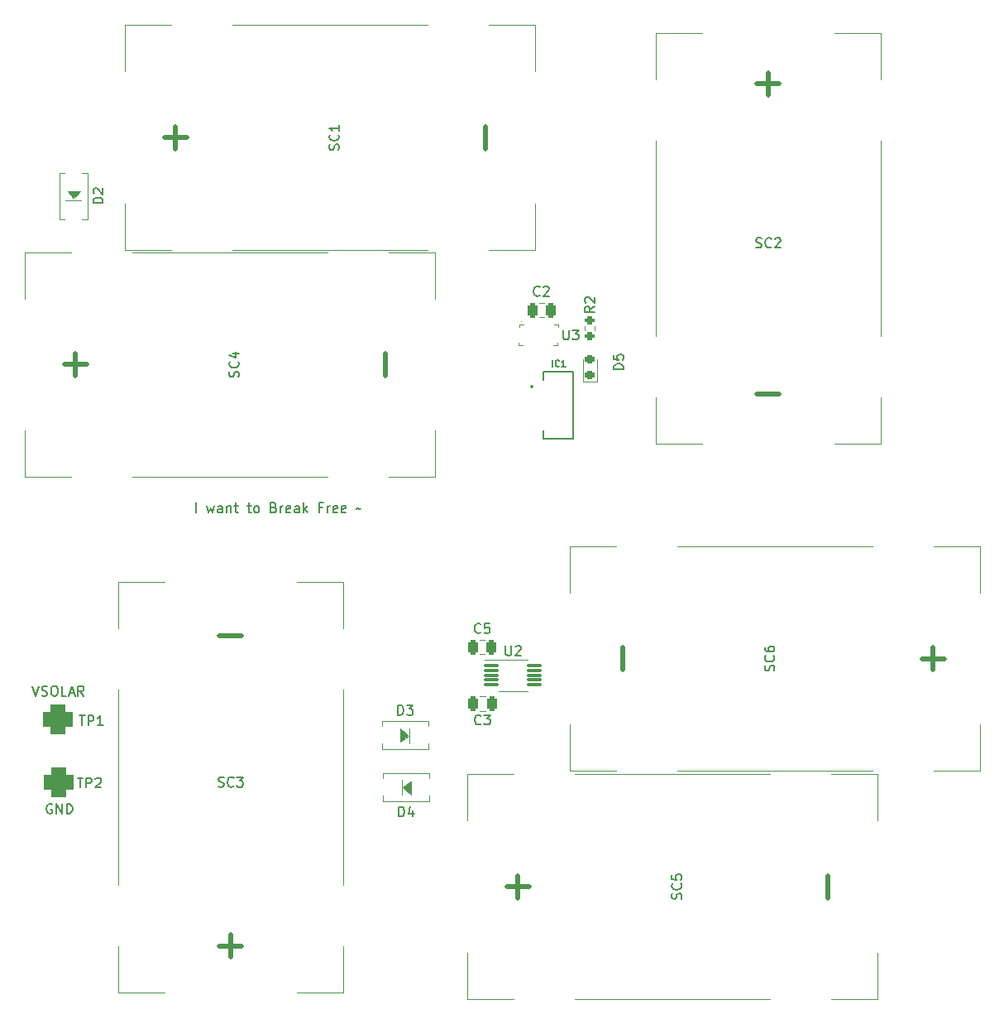
<source format=gbr>
%TF.GenerationSoftware,KiCad,Pcbnew,(6.0.7)*%
%TF.CreationDate,2023-01-31T02:36:04-08:00*%
%TF.ProjectId,solar-panel-side-Z,736f6c61-722d-4706-916e-656c2d736964,2.0*%
%TF.SameCoordinates,Original*%
%TF.FileFunction,Legend,Top*%
%TF.FilePolarity,Positive*%
%FSLAX46Y46*%
G04 Gerber Fmt 4.6, Leading zero omitted, Abs format (unit mm)*
G04 Created by KiCad (PCBNEW (6.0.7)) date 2023-01-31 02:36:04*
%MOMM*%
%LPD*%
G01*
G04 APERTURE LIST*
G04 Aperture macros list*
%AMRoundRect*
0 Rectangle with rounded corners*
0 $1 Rounding radius*
0 $2 $3 $4 $5 $6 $7 $8 $9 X,Y pos of 4 corners*
0 Add a 4 corners polygon primitive as box body*
4,1,4,$2,$3,$4,$5,$6,$7,$8,$9,$2,$3,0*
0 Add four circle primitives for the rounded corners*
1,1,$1+$1,$2,$3*
1,1,$1+$1,$4,$5*
1,1,$1+$1,$6,$7*
1,1,$1+$1,$8,$9*
0 Add four rect primitives between the rounded corners*
20,1,$1+$1,$2,$3,$4,$5,0*
20,1,$1+$1,$4,$5,$6,$7,0*
20,1,$1+$1,$6,$7,$8,$9,0*
20,1,$1+$1,$8,$9,$2,$3,0*%
G04 Aperture macros list end*
%ADD10C,0.150000*%
%ADD11C,0.500000*%
%ADD12C,0.100000*%
%ADD13C,0.120000*%
%ADD14C,0.200000*%
%ADD15C,0.127000*%
%ADD16C,5.250000*%
%ADD17R,2.500000X1.700000*%
%ADD18RoundRect,0.750000X-0.750000X-0.750000X0.750000X-0.750000X0.750000X0.750000X-0.750000X0.750000X0*%
%ADD19RoundRect,0.218750X0.256250X-0.218750X0.256250X0.218750X-0.256250X0.218750X-0.256250X-0.218750X0*%
%ADD20RoundRect,0.250000X0.250000X0.475000X-0.250000X0.475000X-0.250000X-0.475000X0.250000X-0.475000X0*%
%ADD21R,1.750000X1.450000*%
%ADD22R,0.750000X0.300000*%
%ADD23R,3.000000X13.000000*%
%ADD24R,13.000000X3.000000*%
%ADD25RoundRect,0.200000X-0.275000X0.200000X-0.275000X-0.200000X0.275000X-0.200000X0.275000X0.200000X0*%
%ADD26RoundRect,0.075000X-0.650000X-0.075000X0.650000X-0.075000X0.650000X0.075000X-0.650000X0.075000X0*%
%ADD27R,1.600000X0.700000*%
%ADD28R,1.700000X2.500000*%
%ADD29C,1.800000*%
G04 APERTURE END LIST*
D10*
X103428095Y-114830000D02*
X103332857Y-114782380D01*
X103190000Y-114782380D01*
X103047142Y-114830000D01*
X102951904Y-114925238D01*
X102904285Y-115020476D01*
X102856666Y-115210952D01*
X102856666Y-115353809D01*
X102904285Y-115544285D01*
X102951904Y-115639523D01*
X103047142Y-115734761D01*
X103190000Y-115782380D01*
X103285238Y-115782380D01*
X103428095Y-115734761D01*
X103475714Y-115687142D01*
X103475714Y-115353809D01*
X103285238Y-115353809D01*
X103904285Y-115782380D02*
X103904285Y-114782380D01*
X104475714Y-115782380D01*
X104475714Y-114782380D01*
X104951904Y-115782380D02*
X104951904Y-114782380D01*
X105190000Y-114782380D01*
X105332857Y-114830000D01*
X105428095Y-114925238D01*
X105475714Y-115020476D01*
X105523333Y-115210952D01*
X105523333Y-115353809D01*
X105475714Y-115544285D01*
X105428095Y-115639523D01*
X105332857Y-115734761D01*
X105190000Y-115782380D01*
X104951904Y-115782380D01*
X118155238Y-84992380D02*
X118155238Y-83992380D01*
X119298095Y-84325714D02*
X119488571Y-84992380D01*
X119679047Y-84516190D01*
X119869523Y-84992380D01*
X120060000Y-84325714D01*
X120869523Y-84992380D02*
X120869523Y-84468571D01*
X120821904Y-84373333D01*
X120726666Y-84325714D01*
X120536190Y-84325714D01*
X120440952Y-84373333D01*
X120869523Y-84944761D02*
X120774285Y-84992380D01*
X120536190Y-84992380D01*
X120440952Y-84944761D01*
X120393333Y-84849523D01*
X120393333Y-84754285D01*
X120440952Y-84659047D01*
X120536190Y-84611428D01*
X120774285Y-84611428D01*
X120869523Y-84563809D01*
X121345714Y-84325714D02*
X121345714Y-84992380D01*
X121345714Y-84420952D02*
X121393333Y-84373333D01*
X121488571Y-84325714D01*
X121631428Y-84325714D01*
X121726666Y-84373333D01*
X121774285Y-84468571D01*
X121774285Y-84992380D01*
X122107619Y-84325714D02*
X122488571Y-84325714D01*
X122250476Y-83992380D02*
X122250476Y-84849523D01*
X122298095Y-84944761D01*
X122393333Y-84992380D01*
X122488571Y-84992380D01*
X123440952Y-84325714D02*
X123821904Y-84325714D01*
X123583809Y-83992380D02*
X123583809Y-84849523D01*
X123631428Y-84944761D01*
X123726666Y-84992380D01*
X123821904Y-84992380D01*
X124298095Y-84992380D02*
X124202857Y-84944761D01*
X124155238Y-84897142D01*
X124107619Y-84801904D01*
X124107619Y-84516190D01*
X124155238Y-84420952D01*
X124202857Y-84373333D01*
X124298095Y-84325714D01*
X124440952Y-84325714D01*
X124536190Y-84373333D01*
X124583809Y-84420952D01*
X124631428Y-84516190D01*
X124631428Y-84801904D01*
X124583809Y-84897142D01*
X124536190Y-84944761D01*
X124440952Y-84992380D01*
X124298095Y-84992380D01*
X126155238Y-84468571D02*
X126298095Y-84516190D01*
X126345714Y-84563809D01*
X126393333Y-84659047D01*
X126393333Y-84801904D01*
X126345714Y-84897142D01*
X126298095Y-84944761D01*
X126202857Y-84992380D01*
X125821904Y-84992380D01*
X125821904Y-83992380D01*
X126155238Y-83992380D01*
X126250476Y-84040000D01*
X126298095Y-84087619D01*
X126345714Y-84182857D01*
X126345714Y-84278095D01*
X126298095Y-84373333D01*
X126250476Y-84420952D01*
X126155238Y-84468571D01*
X125821904Y-84468571D01*
X126821904Y-84992380D02*
X126821904Y-84325714D01*
X126821904Y-84516190D02*
X126869523Y-84420952D01*
X126917142Y-84373333D01*
X127012380Y-84325714D01*
X127107619Y-84325714D01*
X127821904Y-84944761D02*
X127726666Y-84992380D01*
X127536190Y-84992380D01*
X127440952Y-84944761D01*
X127393333Y-84849523D01*
X127393333Y-84468571D01*
X127440952Y-84373333D01*
X127536190Y-84325714D01*
X127726666Y-84325714D01*
X127821904Y-84373333D01*
X127869523Y-84468571D01*
X127869523Y-84563809D01*
X127393333Y-84659047D01*
X128726666Y-84992380D02*
X128726666Y-84468571D01*
X128679047Y-84373333D01*
X128583809Y-84325714D01*
X128393333Y-84325714D01*
X128298095Y-84373333D01*
X128726666Y-84944761D02*
X128631428Y-84992380D01*
X128393333Y-84992380D01*
X128298095Y-84944761D01*
X128250476Y-84849523D01*
X128250476Y-84754285D01*
X128298095Y-84659047D01*
X128393333Y-84611428D01*
X128631428Y-84611428D01*
X128726666Y-84563809D01*
X129202857Y-84992380D02*
X129202857Y-83992380D01*
X129298095Y-84611428D02*
X129583809Y-84992380D01*
X129583809Y-84325714D02*
X129202857Y-84706666D01*
X131107619Y-84468571D02*
X130774285Y-84468571D01*
X130774285Y-84992380D02*
X130774285Y-83992380D01*
X131250476Y-83992380D01*
X131631428Y-84992380D02*
X131631428Y-84325714D01*
X131631428Y-84516190D02*
X131679047Y-84420952D01*
X131726666Y-84373333D01*
X131821904Y-84325714D01*
X131917142Y-84325714D01*
X132631428Y-84944761D02*
X132536190Y-84992380D01*
X132345714Y-84992380D01*
X132250476Y-84944761D01*
X132202857Y-84849523D01*
X132202857Y-84468571D01*
X132250476Y-84373333D01*
X132345714Y-84325714D01*
X132536190Y-84325714D01*
X132631428Y-84373333D01*
X132679047Y-84468571D01*
X132679047Y-84563809D01*
X132202857Y-84659047D01*
X133488571Y-84944761D02*
X133393333Y-84992380D01*
X133202857Y-84992380D01*
X133107619Y-84944761D01*
X133060000Y-84849523D01*
X133060000Y-84468571D01*
X133107619Y-84373333D01*
X133202857Y-84325714D01*
X133393333Y-84325714D01*
X133488571Y-84373333D01*
X133536190Y-84468571D01*
X133536190Y-84563809D01*
X133060000Y-84659047D01*
X134583809Y-84611428D02*
X134631428Y-84563809D01*
X134726666Y-84516190D01*
X134917142Y-84611428D01*
X135012380Y-84563809D01*
X135060000Y-84516190D01*
X101443333Y-102732380D02*
X101776666Y-103732380D01*
X102110000Y-102732380D01*
X102395714Y-103684761D02*
X102538571Y-103732380D01*
X102776666Y-103732380D01*
X102871904Y-103684761D01*
X102919523Y-103637142D01*
X102967142Y-103541904D01*
X102967142Y-103446666D01*
X102919523Y-103351428D01*
X102871904Y-103303809D01*
X102776666Y-103256190D01*
X102586190Y-103208571D01*
X102490952Y-103160952D01*
X102443333Y-103113333D01*
X102395714Y-103018095D01*
X102395714Y-102922857D01*
X102443333Y-102827619D01*
X102490952Y-102780000D01*
X102586190Y-102732380D01*
X102824285Y-102732380D01*
X102967142Y-102780000D01*
X103586190Y-102732380D02*
X103776666Y-102732380D01*
X103871904Y-102780000D01*
X103967142Y-102875238D01*
X104014761Y-103065714D01*
X104014761Y-103399047D01*
X103967142Y-103589523D01*
X103871904Y-103684761D01*
X103776666Y-103732380D01*
X103586190Y-103732380D01*
X103490952Y-103684761D01*
X103395714Y-103589523D01*
X103348095Y-103399047D01*
X103348095Y-103065714D01*
X103395714Y-102875238D01*
X103490952Y-102780000D01*
X103586190Y-102732380D01*
X104919523Y-103732380D02*
X104443333Y-103732380D01*
X104443333Y-102732380D01*
X105205238Y-103446666D02*
X105681428Y-103446666D01*
X105110000Y-103732380D02*
X105443333Y-102732380D01*
X105776666Y-103732380D01*
X106681428Y-103732380D02*
X106348095Y-103256190D01*
X106110000Y-103732380D02*
X106110000Y-102732380D01*
X106490952Y-102732380D01*
X106586190Y-102780000D01*
X106633809Y-102827619D01*
X106681428Y-102922857D01*
X106681428Y-103065714D01*
X106633809Y-103160952D01*
X106586190Y-103208571D01*
X106490952Y-103256190D01*
X106110000Y-103256190D01*
%TO.C,J3*%
X110166666Y-84952380D02*
X110166666Y-85666666D01*
X110119047Y-85809523D01*
X110023809Y-85904761D01*
X109880952Y-85952380D01*
X109785714Y-85952380D01*
X110547619Y-84952380D02*
X111166666Y-84952380D01*
X110833333Y-85333333D01*
X110976190Y-85333333D01*
X111071428Y-85380952D01*
X111119047Y-85428571D01*
X111166666Y-85523809D01*
X111166666Y-85761904D01*
X111119047Y-85857142D01*
X111071428Y-85904761D01*
X110976190Y-85952380D01*
X110690476Y-85952380D01*
X110595238Y-85904761D01*
X110547619Y-85857142D01*
%TO.C,J4*%
X141416666Y-123952380D02*
X141416666Y-124666666D01*
X141369047Y-124809523D01*
X141273809Y-124904761D01*
X141130952Y-124952380D01*
X141035714Y-124952380D01*
X142321428Y-124285714D02*
X142321428Y-124952380D01*
X142083333Y-123904761D02*
X141845238Y-124619047D01*
X142464285Y-124619047D01*
%TO.C,J5*%
X156916666Y-45952380D02*
X156916666Y-46666666D01*
X156869047Y-46809523D01*
X156773809Y-46904761D01*
X156630952Y-46952380D01*
X156535714Y-46952380D01*
X157869047Y-45952380D02*
X157392857Y-45952380D01*
X157345238Y-46428571D01*
X157392857Y-46380952D01*
X157488095Y-46333333D01*
X157726190Y-46333333D01*
X157821428Y-46380952D01*
X157869047Y-46428571D01*
X157916666Y-46523809D01*
X157916666Y-46761904D01*
X157869047Y-46857142D01*
X157821428Y-46904761D01*
X157726190Y-46952380D01*
X157488095Y-46952380D01*
X157392857Y-46904761D01*
X157345238Y-46857142D01*
%TO.C,J6*%
X188166666Y-84952380D02*
X188166666Y-85666666D01*
X188119047Y-85809523D01*
X188023809Y-85904761D01*
X187880952Y-85952380D01*
X187785714Y-85952380D01*
X189071428Y-84952380D02*
X188880952Y-84952380D01*
X188785714Y-85000000D01*
X188738095Y-85047619D01*
X188642857Y-85190476D01*
X188595238Y-85380952D01*
X188595238Y-85761904D01*
X188642857Y-85857142D01*
X188690476Y-85904761D01*
X188785714Y-85952380D01*
X188976190Y-85952380D01*
X189071428Y-85904761D01*
X189119047Y-85857142D01*
X189166666Y-85761904D01*
X189166666Y-85523809D01*
X189119047Y-85428571D01*
X189071428Y-85380952D01*
X188976190Y-85333333D01*
X188785714Y-85333333D01*
X188690476Y-85380952D01*
X188642857Y-85428571D01*
X188595238Y-85523809D01*
%TO.C,D3*%
X138851904Y-105682380D02*
X138851904Y-104682380D01*
X139090000Y-104682380D01*
X139232857Y-104730000D01*
X139328095Y-104825238D01*
X139375714Y-104920476D01*
X139423333Y-105110952D01*
X139423333Y-105253809D01*
X139375714Y-105444285D01*
X139328095Y-105539523D01*
X139232857Y-105634761D01*
X139090000Y-105682380D01*
X138851904Y-105682380D01*
X139756666Y-104682380D02*
X140375714Y-104682380D01*
X140042380Y-105063333D01*
X140185238Y-105063333D01*
X140280476Y-105110952D01*
X140328095Y-105158571D01*
X140375714Y-105253809D01*
X140375714Y-105491904D01*
X140328095Y-105587142D01*
X140280476Y-105634761D01*
X140185238Y-105682380D01*
X139899523Y-105682380D01*
X139804285Y-105634761D01*
X139756666Y-105587142D01*
%TO.C,TP1*%
X106228095Y-105752380D02*
X106799523Y-105752380D01*
X106513809Y-106752380D02*
X106513809Y-105752380D01*
X107132857Y-106752380D02*
X107132857Y-105752380D01*
X107513809Y-105752380D01*
X107609047Y-105800000D01*
X107656666Y-105847619D01*
X107704285Y-105942857D01*
X107704285Y-106085714D01*
X107656666Y-106180952D01*
X107609047Y-106228571D01*
X107513809Y-106276190D01*
X107132857Y-106276190D01*
X108656666Y-106752380D02*
X108085238Y-106752380D01*
X108370952Y-106752380D02*
X108370952Y-105752380D01*
X108275714Y-105895238D01*
X108180476Y-105990476D01*
X108085238Y-106038095D01*
%TO.C,D5*%
X161927380Y-70338095D02*
X160927380Y-70338095D01*
X160927380Y-70100000D01*
X160975000Y-69957142D01*
X161070238Y-69861904D01*
X161165476Y-69814285D01*
X161355952Y-69766666D01*
X161498809Y-69766666D01*
X161689285Y-69814285D01*
X161784523Y-69861904D01*
X161879761Y-69957142D01*
X161927380Y-70100000D01*
X161927380Y-70338095D01*
X160927380Y-68861904D02*
X160927380Y-69338095D01*
X161403571Y-69385714D01*
X161355952Y-69338095D01*
X161308333Y-69242857D01*
X161308333Y-69004761D01*
X161355952Y-68909523D01*
X161403571Y-68861904D01*
X161498809Y-68814285D01*
X161736904Y-68814285D01*
X161832142Y-68861904D01*
X161879761Y-68909523D01*
X161927380Y-69004761D01*
X161927380Y-69242857D01*
X161879761Y-69338095D01*
X161832142Y-69385714D01*
%TO.C,C5*%
X147313333Y-97227142D02*
X147265714Y-97274761D01*
X147122857Y-97322380D01*
X147027619Y-97322380D01*
X146884761Y-97274761D01*
X146789523Y-97179523D01*
X146741904Y-97084285D01*
X146694285Y-96893809D01*
X146694285Y-96750952D01*
X146741904Y-96560476D01*
X146789523Y-96465238D01*
X146884761Y-96370000D01*
X147027619Y-96322380D01*
X147122857Y-96322380D01*
X147265714Y-96370000D01*
X147313333Y-96417619D01*
X148218095Y-96322380D02*
X147741904Y-96322380D01*
X147694285Y-96798571D01*
X147741904Y-96750952D01*
X147837142Y-96703333D01*
X148075238Y-96703333D01*
X148170476Y-96750952D01*
X148218095Y-96798571D01*
X148265714Y-96893809D01*
X148265714Y-97131904D01*
X148218095Y-97227142D01*
X148170476Y-97274761D01*
X148075238Y-97322380D01*
X147837142Y-97322380D01*
X147741904Y-97274761D01*
X147694285Y-97227142D01*
%TO.C,U3*%
X155768095Y-66312380D02*
X155768095Y-67121904D01*
X155815714Y-67217142D01*
X155863333Y-67264761D01*
X155958571Y-67312380D01*
X156149047Y-67312380D01*
X156244285Y-67264761D01*
X156291904Y-67217142D01*
X156339523Y-67121904D01*
X156339523Y-66312380D01*
X156720476Y-66312380D02*
X157339523Y-66312380D01*
X157006190Y-66693333D01*
X157149047Y-66693333D01*
X157244285Y-66740952D01*
X157291904Y-66788571D01*
X157339523Y-66883809D01*
X157339523Y-67121904D01*
X157291904Y-67217142D01*
X157244285Y-67264761D01*
X157149047Y-67312380D01*
X156863333Y-67312380D01*
X156768095Y-67264761D01*
X156720476Y-67217142D01*
%TO.C,SC5*%
X167834761Y-124501904D02*
X167882380Y-124359047D01*
X167882380Y-124120952D01*
X167834761Y-124025714D01*
X167787142Y-123978095D01*
X167691904Y-123930476D01*
X167596666Y-123930476D01*
X167501428Y-123978095D01*
X167453809Y-124025714D01*
X167406190Y-124120952D01*
X167358571Y-124311428D01*
X167310952Y-124406666D01*
X167263333Y-124454285D01*
X167168095Y-124501904D01*
X167072857Y-124501904D01*
X166977619Y-124454285D01*
X166930000Y-124406666D01*
X166882380Y-124311428D01*
X166882380Y-124073333D01*
X166930000Y-123930476D01*
X167787142Y-122930476D02*
X167834761Y-122978095D01*
X167882380Y-123120952D01*
X167882380Y-123216190D01*
X167834761Y-123359047D01*
X167739523Y-123454285D01*
X167644285Y-123501904D01*
X167453809Y-123549523D01*
X167310952Y-123549523D01*
X167120476Y-123501904D01*
X167025238Y-123454285D01*
X166930000Y-123359047D01*
X166882380Y-123216190D01*
X166882380Y-123120952D01*
X166930000Y-122978095D01*
X166977619Y-122930476D01*
X166882380Y-122025714D02*
X166882380Y-122501904D01*
X167358571Y-122549523D01*
X167310952Y-122501904D01*
X167263333Y-122406666D01*
X167263333Y-122168571D01*
X167310952Y-122073333D01*
X167358571Y-122025714D01*
X167453809Y-121978095D01*
X167691904Y-121978095D01*
X167787142Y-122025714D01*
X167834761Y-122073333D01*
X167882380Y-122168571D01*
X167882380Y-122406666D01*
X167834761Y-122501904D01*
X167787142Y-122549523D01*
D11*
X182894285Y-124382857D02*
X182894285Y-122097142D01*
X151144285Y-124382857D02*
X151144285Y-122097142D01*
X152287142Y-123240000D02*
X150001428Y-123240000D01*
D10*
%TO.C,TP2*%
X106028095Y-112112380D02*
X106599523Y-112112380D01*
X106313809Y-113112380D02*
X106313809Y-112112380D01*
X106932857Y-113112380D02*
X106932857Y-112112380D01*
X107313809Y-112112380D01*
X107409047Y-112160000D01*
X107456666Y-112207619D01*
X107504285Y-112302857D01*
X107504285Y-112445714D01*
X107456666Y-112540952D01*
X107409047Y-112588571D01*
X107313809Y-112636190D01*
X106932857Y-112636190D01*
X107885238Y-112207619D02*
X107932857Y-112160000D01*
X108028095Y-112112380D01*
X108266190Y-112112380D01*
X108361428Y-112160000D01*
X108409047Y-112207619D01*
X108456666Y-112302857D01*
X108456666Y-112398095D01*
X108409047Y-112540952D01*
X107837619Y-113112380D01*
X108456666Y-113112380D01*
%TO.C,SC3*%
X120458095Y-112994761D02*
X120600952Y-113042380D01*
X120839047Y-113042380D01*
X120934285Y-112994761D01*
X120981904Y-112947142D01*
X121029523Y-112851904D01*
X121029523Y-112756666D01*
X120981904Y-112661428D01*
X120934285Y-112613809D01*
X120839047Y-112566190D01*
X120648571Y-112518571D01*
X120553333Y-112470952D01*
X120505714Y-112423333D01*
X120458095Y-112328095D01*
X120458095Y-112232857D01*
X120505714Y-112137619D01*
X120553333Y-112090000D01*
X120648571Y-112042380D01*
X120886666Y-112042380D01*
X121029523Y-112090000D01*
X122029523Y-112947142D02*
X121981904Y-112994761D01*
X121839047Y-113042380D01*
X121743809Y-113042380D01*
X121600952Y-112994761D01*
X121505714Y-112899523D01*
X121458095Y-112804285D01*
X121410476Y-112613809D01*
X121410476Y-112470952D01*
X121458095Y-112280476D01*
X121505714Y-112185238D01*
X121600952Y-112090000D01*
X121743809Y-112042380D01*
X121839047Y-112042380D01*
X121981904Y-112090000D01*
X122029523Y-112137619D01*
X122362857Y-112042380D02*
X122981904Y-112042380D01*
X122648571Y-112423333D01*
X122791428Y-112423333D01*
X122886666Y-112470952D01*
X122934285Y-112518571D01*
X122981904Y-112613809D01*
X122981904Y-112851904D01*
X122934285Y-112947142D01*
X122886666Y-112994761D01*
X122791428Y-113042380D01*
X122505714Y-113042380D01*
X122410476Y-112994761D01*
X122362857Y-112947142D01*
D11*
X120577142Y-129304285D02*
X122862857Y-129304285D01*
X121720000Y-130447142D02*
X121720000Y-128161428D01*
X120577142Y-97554285D02*
X122862857Y-97554285D01*
D10*
%TO.C,R2*%
X158977380Y-63891666D02*
X158501190Y-64225000D01*
X158977380Y-64463095D02*
X157977380Y-64463095D01*
X157977380Y-64082142D01*
X158025000Y-63986904D01*
X158072619Y-63939285D01*
X158167857Y-63891666D01*
X158310714Y-63891666D01*
X158405952Y-63939285D01*
X158453571Y-63986904D01*
X158501190Y-64082142D01*
X158501190Y-64463095D01*
X158072619Y-63510714D02*
X158025000Y-63463095D01*
X157977380Y-63367857D01*
X157977380Y-63129761D01*
X158025000Y-63034523D01*
X158072619Y-62986904D01*
X158167857Y-62939285D01*
X158263095Y-62939285D01*
X158405952Y-62986904D01*
X158977380Y-63558333D01*
X158977380Y-62939285D01*
%TO.C,C3*%
X147343333Y-106577142D02*
X147295714Y-106624761D01*
X147152857Y-106672380D01*
X147057619Y-106672380D01*
X146914761Y-106624761D01*
X146819523Y-106529523D01*
X146771904Y-106434285D01*
X146724285Y-106243809D01*
X146724285Y-106100952D01*
X146771904Y-105910476D01*
X146819523Y-105815238D01*
X146914761Y-105720000D01*
X147057619Y-105672380D01*
X147152857Y-105672380D01*
X147295714Y-105720000D01*
X147343333Y-105767619D01*
X147676666Y-105672380D02*
X148295714Y-105672380D01*
X147962380Y-106053333D01*
X148105238Y-106053333D01*
X148200476Y-106100952D01*
X148248095Y-106148571D01*
X148295714Y-106243809D01*
X148295714Y-106481904D01*
X148248095Y-106577142D01*
X148200476Y-106624761D01*
X148105238Y-106672380D01*
X147819523Y-106672380D01*
X147724285Y-106624761D01*
X147676666Y-106577142D01*
%TO.C,U2*%
X149878095Y-98612380D02*
X149878095Y-99421904D01*
X149925714Y-99517142D01*
X149973333Y-99564761D01*
X150068571Y-99612380D01*
X150259047Y-99612380D01*
X150354285Y-99564761D01*
X150401904Y-99517142D01*
X150449523Y-99421904D01*
X150449523Y-98612380D01*
X150878095Y-98707619D02*
X150925714Y-98660000D01*
X151020952Y-98612380D01*
X151259047Y-98612380D01*
X151354285Y-98660000D01*
X151401904Y-98707619D01*
X151449523Y-98802857D01*
X151449523Y-98898095D01*
X151401904Y-99040952D01*
X150830476Y-99612380D01*
X151449523Y-99612380D01*
%TO.C,D4*%
X138941904Y-116082380D02*
X138941904Y-115082380D01*
X139180000Y-115082380D01*
X139322857Y-115130000D01*
X139418095Y-115225238D01*
X139465714Y-115320476D01*
X139513333Y-115510952D01*
X139513333Y-115653809D01*
X139465714Y-115844285D01*
X139418095Y-115939523D01*
X139322857Y-116034761D01*
X139180000Y-116082380D01*
X138941904Y-116082380D01*
X140370476Y-115415714D02*
X140370476Y-116082380D01*
X140132380Y-115034761D02*
X139894285Y-115749047D01*
X140513333Y-115749047D01*
%TO.C,C2*%
X153363333Y-62752142D02*
X153315714Y-62799761D01*
X153172857Y-62847380D01*
X153077619Y-62847380D01*
X152934761Y-62799761D01*
X152839523Y-62704523D01*
X152791904Y-62609285D01*
X152744285Y-62418809D01*
X152744285Y-62275952D01*
X152791904Y-62085476D01*
X152839523Y-61990238D01*
X152934761Y-61895000D01*
X153077619Y-61847380D01*
X153172857Y-61847380D01*
X153315714Y-61895000D01*
X153363333Y-61942619D01*
X153744285Y-61942619D02*
X153791904Y-61895000D01*
X153887142Y-61847380D01*
X154125238Y-61847380D01*
X154220476Y-61895000D01*
X154268095Y-61942619D01*
X154315714Y-62037857D01*
X154315714Y-62133095D01*
X154268095Y-62275952D01*
X153696666Y-62847380D01*
X154315714Y-62847380D01*
%TO.C,IC1*%
X154707238Y-70033123D02*
X154707238Y-69393123D01*
X155377714Y-69972171D02*
X155347238Y-70002647D01*
X155255809Y-70033123D01*
X155194857Y-70033123D01*
X155103428Y-70002647D01*
X155042476Y-69941695D01*
X155012000Y-69880742D01*
X154981523Y-69758838D01*
X154981523Y-69667409D01*
X155012000Y-69545504D01*
X155042476Y-69484552D01*
X155103428Y-69423600D01*
X155194857Y-69393123D01*
X155255809Y-69393123D01*
X155347238Y-69423600D01*
X155377714Y-69454076D01*
X155987238Y-70033123D02*
X155621523Y-70033123D01*
X155804380Y-70033123D02*
X155804380Y-69393123D01*
X155743428Y-69484552D01*
X155682476Y-69545504D01*
X155621523Y-69575980D01*
%TO.C,SC4*%
X122524761Y-71111904D02*
X122572380Y-70969047D01*
X122572380Y-70730952D01*
X122524761Y-70635714D01*
X122477142Y-70588095D01*
X122381904Y-70540476D01*
X122286666Y-70540476D01*
X122191428Y-70588095D01*
X122143809Y-70635714D01*
X122096190Y-70730952D01*
X122048571Y-70921428D01*
X122000952Y-71016666D01*
X121953333Y-71064285D01*
X121858095Y-71111904D01*
X121762857Y-71111904D01*
X121667619Y-71064285D01*
X121620000Y-71016666D01*
X121572380Y-70921428D01*
X121572380Y-70683333D01*
X121620000Y-70540476D01*
X122477142Y-69540476D02*
X122524761Y-69588095D01*
X122572380Y-69730952D01*
X122572380Y-69826190D01*
X122524761Y-69969047D01*
X122429523Y-70064285D01*
X122334285Y-70111904D01*
X122143809Y-70159523D01*
X122000952Y-70159523D01*
X121810476Y-70111904D01*
X121715238Y-70064285D01*
X121620000Y-69969047D01*
X121572380Y-69826190D01*
X121572380Y-69730952D01*
X121620000Y-69588095D01*
X121667619Y-69540476D01*
X121905714Y-68683333D02*
X122572380Y-68683333D01*
X121524761Y-68921428D02*
X122239047Y-69159523D01*
X122239047Y-68540476D01*
D11*
X137584285Y-70992857D02*
X137584285Y-68707142D01*
X105834285Y-70992857D02*
X105834285Y-68707142D01*
X106977142Y-69850000D02*
X104691428Y-69850000D01*
D10*
%TO.C,SC6*%
X177344761Y-101181904D02*
X177392380Y-101039047D01*
X177392380Y-100800952D01*
X177344761Y-100705714D01*
X177297142Y-100658095D01*
X177201904Y-100610476D01*
X177106666Y-100610476D01*
X177011428Y-100658095D01*
X176963809Y-100705714D01*
X176916190Y-100800952D01*
X176868571Y-100991428D01*
X176820952Y-101086666D01*
X176773333Y-101134285D01*
X176678095Y-101181904D01*
X176582857Y-101181904D01*
X176487619Y-101134285D01*
X176440000Y-101086666D01*
X176392380Y-100991428D01*
X176392380Y-100753333D01*
X176440000Y-100610476D01*
X177297142Y-99610476D02*
X177344761Y-99658095D01*
X177392380Y-99800952D01*
X177392380Y-99896190D01*
X177344761Y-100039047D01*
X177249523Y-100134285D01*
X177154285Y-100181904D01*
X176963809Y-100229523D01*
X176820952Y-100229523D01*
X176630476Y-100181904D01*
X176535238Y-100134285D01*
X176440000Y-100039047D01*
X176392380Y-99896190D01*
X176392380Y-99800952D01*
X176440000Y-99658095D01*
X176487619Y-99610476D01*
X176392380Y-98753333D02*
X176392380Y-98943809D01*
X176440000Y-99039047D01*
X176487619Y-99086666D01*
X176630476Y-99181904D01*
X176820952Y-99229523D01*
X177201904Y-99229523D01*
X177297142Y-99181904D01*
X177344761Y-99134285D01*
X177392380Y-99039047D01*
X177392380Y-98848571D01*
X177344761Y-98753333D01*
X177297142Y-98705714D01*
X177201904Y-98658095D01*
X176963809Y-98658095D01*
X176868571Y-98705714D01*
X176820952Y-98753333D01*
X176773333Y-98848571D01*
X176773333Y-99039047D01*
X176820952Y-99134285D01*
X176868571Y-99181904D01*
X176963809Y-99229523D01*
D11*
X161904285Y-101062857D02*
X161904285Y-98777142D01*
X193654285Y-101062857D02*
X193654285Y-98777142D01*
X194797142Y-99920000D02*
X192511428Y-99920000D01*
D10*
%TO.C,SC2*%
X175498095Y-57844761D02*
X175640952Y-57892380D01*
X175879047Y-57892380D01*
X175974285Y-57844761D01*
X176021904Y-57797142D01*
X176069523Y-57701904D01*
X176069523Y-57606666D01*
X176021904Y-57511428D01*
X175974285Y-57463809D01*
X175879047Y-57416190D01*
X175688571Y-57368571D01*
X175593333Y-57320952D01*
X175545714Y-57273333D01*
X175498095Y-57178095D01*
X175498095Y-57082857D01*
X175545714Y-56987619D01*
X175593333Y-56940000D01*
X175688571Y-56892380D01*
X175926666Y-56892380D01*
X176069523Y-56940000D01*
X177069523Y-57797142D02*
X177021904Y-57844761D01*
X176879047Y-57892380D01*
X176783809Y-57892380D01*
X176640952Y-57844761D01*
X176545714Y-57749523D01*
X176498095Y-57654285D01*
X176450476Y-57463809D01*
X176450476Y-57320952D01*
X176498095Y-57130476D01*
X176545714Y-57035238D01*
X176640952Y-56940000D01*
X176783809Y-56892380D01*
X176879047Y-56892380D01*
X177021904Y-56940000D01*
X177069523Y-56987619D01*
X177450476Y-56987619D02*
X177498095Y-56940000D01*
X177593333Y-56892380D01*
X177831428Y-56892380D01*
X177926666Y-56940000D01*
X177974285Y-56987619D01*
X178021904Y-57082857D01*
X178021904Y-57178095D01*
X177974285Y-57320952D01*
X177402857Y-57892380D01*
X178021904Y-57892380D01*
D11*
X175617142Y-72904285D02*
X177902857Y-72904285D01*
X175617142Y-41154285D02*
X177902857Y-41154285D01*
X176760000Y-42297142D02*
X176760000Y-40011428D01*
D10*
%TO.C,D2*%
X108642380Y-53328095D02*
X107642380Y-53328095D01*
X107642380Y-53090000D01*
X107690000Y-52947142D01*
X107785238Y-52851904D01*
X107880476Y-52804285D01*
X108070952Y-52756666D01*
X108213809Y-52756666D01*
X108404285Y-52804285D01*
X108499523Y-52851904D01*
X108594761Y-52947142D01*
X108642380Y-53090000D01*
X108642380Y-53328095D01*
X107737619Y-52375714D02*
X107690000Y-52328095D01*
X107642380Y-52232857D01*
X107642380Y-51994761D01*
X107690000Y-51899523D01*
X107737619Y-51851904D01*
X107832857Y-51804285D01*
X107928095Y-51804285D01*
X108070952Y-51851904D01*
X108642380Y-52423333D01*
X108642380Y-51804285D01*
%TO.C,SC1*%
X132774761Y-47891904D02*
X132822380Y-47749047D01*
X132822380Y-47510952D01*
X132774761Y-47415714D01*
X132727142Y-47368095D01*
X132631904Y-47320476D01*
X132536666Y-47320476D01*
X132441428Y-47368095D01*
X132393809Y-47415714D01*
X132346190Y-47510952D01*
X132298571Y-47701428D01*
X132250952Y-47796666D01*
X132203333Y-47844285D01*
X132108095Y-47891904D01*
X132012857Y-47891904D01*
X131917619Y-47844285D01*
X131870000Y-47796666D01*
X131822380Y-47701428D01*
X131822380Y-47463333D01*
X131870000Y-47320476D01*
X132727142Y-46320476D02*
X132774761Y-46368095D01*
X132822380Y-46510952D01*
X132822380Y-46606190D01*
X132774761Y-46749047D01*
X132679523Y-46844285D01*
X132584285Y-46891904D01*
X132393809Y-46939523D01*
X132250952Y-46939523D01*
X132060476Y-46891904D01*
X131965238Y-46844285D01*
X131870000Y-46749047D01*
X131822380Y-46606190D01*
X131822380Y-46510952D01*
X131870000Y-46368095D01*
X131917619Y-46320476D01*
X132822380Y-45368095D02*
X132822380Y-45939523D01*
X132822380Y-45653809D02*
X131822380Y-45653809D01*
X131965238Y-45749047D01*
X132060476Y-45844285D01*
X132108095Y-45939523D01*
D11*
X116084285Y-47772857D02*
X116084285Y-45487142D01*
X117227142Y-46630000D02*
X114941428Y-46630000D01*
X147834285Y-47772857D02*
X147834285Y-45487142D01*
%TO.C,D3*%
G36*
X139894800Y-107795400D02*
G01*
X139082000Y-108405000D01*
X139082000Y-107058800D01*
X139894800Y-107795400D01*
G37*
D12*
X139894800Y-107795400D02*
X139082000Y-108405000D01*
X139082000Y-107058800D01*
X139894800Y-107795400D01*
D13*
X141965000Y-106320000D02*
X137215000Y-106320000D01*
X137215000Y-106320000D02*
X137215000Y-109220000D01*
X140021800Y-108582800D02*
X140021800Y-107033400D01*
X141965000Y-106320000D02*
X141965000Y-109220000D01*
X141965000Y-109220000D02*
X137215000Y-109220000D01*
%TO.C,D5*%
X159235000Y-71610000D02*
X159235000Y-69325000D01*
X157765000Y-69325000D02*
X157765000Y-71610000D01*
X157765000Y-71610000D02*
X159235000Y-71610000D01*
%TO.C,C5*%
X147741252Y-99485000D02*
X147218748Y-99485000D01*
X147741252Y-98015000D02*
X147218748Y-98015000D01*
%TO.C,U3*%
X151480000Y-65480000D02*
G75*
G03*
X151480000Y-65480000I-50000J0D01*
G01*
X151580000Y-65780000D02*
X151680000Y-65780000D01*
X151530000Y-67880000D02*
X151230000Y-67880000D01*
X151530000Y-67880000D02*
X151630000Y-67880000D01*
X154930000Y-65780000D02*
X155230000Y-65780000D01*
X151230000Y-67880000D02*
X151530000Y-67880000D01*
X155230000Y-65780000D02*
X155230000Y-66030000D01*
X154880000Y-67880000D02*
X154780000Y-67880000D01*
X151280000Y-65780000D02*
X151580000Y-65780000D01*
X151230000Y-67880000D02*
X151230000Y-67630000D01*
X155230000Y-65780000D02*
X154930000Y-65780000D01*
X151280000Y-65780000D02*
X151280000Y-66030000D01*
X154930000Y-65780000D02*
X154830000Y-65780000D01*
X155180000Y-67880000D02*
X155180000Y-67630000D01*
X155180000Y-67880000D02*
X154880000Y-67880000D01*
X154880000Y-67880000D02*
X155180000Y-67880000D01*
X151580000Y-65780000D02*
X151280000Y-65780000D01*
%TO.C,SC5*%
X145930000Y-111740000D02*
X150680000Y-111740000D01*
X187930000Y-116490000D02*
X187930000Y-111740000D01*
X156930000Y-111740000D02*
X175180000Y-111740000D01*
X166930000Y-111740000D02*
X176930000Y-111740000D01*
X175180000Y-111740000D02*
X166930000Y-111740000D01*
X187930000Y-134740000D02*
X187930000Y-129990000D01*
X187930000Y-111740000D02*
X183180000Y-111740000D01*
X145930000Y-134740000D02*
X150680000Y-134740000D01*
X166930000Y-111740000D02*
X156930000Y-111740000D01*
X145930000Y-116490000D02*
X145930000Y-111740000D01*
X145930000Y-134740000D02*
X145930000Y-129990000D01*
X187930000Y-134740000D02*
X183180000Y-134740000D01*
X145930000Y-129990000D02*
X145930000Y-134740000D01*
X156930000Y-134740000D02*
X176930000Y-134740000D01*
X166930000Y-134740000D02*
X156930000Y-134740000D01*
%TO.C,SC3*%
X110220000Y-92090000D02*
X110220000Y-96840000D01*
X110220000Y-123090000D02*
X110220000Y-104840000D01*
X133220000Y-92090000D02*
X128470000Y-92090000D01*
X110220000Y-134090000D02*
X110220000Y-129340000D01*
X110220000Y-113090000D02*
X110220000Y-103090000D01*
X133220000Y-92090000D02*
X133220000Y-96840000D01*
X133220000Y-123090000D02*
X133220000Y-103090000D01*
X110220000Y-104840000D02*
X110220000Y-113090000D01*
X128470000Y-134090000D02*
X133220000Y-134090000D01*
X114970000Y-134090000D02*
X110220000Y-134090000D01*
X114970000Y-92090000D02*
X110220000Y-92090000D01*
X133220000Y-134090000D02*
X133220000Y-129340000D01*
X133220000Y-113090000D02*
X133220000Y-123090000D01*
X110220000Y-113090000D02*
X110220000Y-123090000D01*
X133220000Y-134090000D02*
X128470000Y-134090000D01*
%TO.C,R2*%
X158982500Y-65877742D02*
X158982500Y-66352258D01*
X157937500Y-65877742D02*
X157937500Y-66352258D01*
%TO.C,C3*%
X147771252Y-105275000D02*
X147248748Y-105275000D01*
X147771252Y-103805000D02*
X147248748Y-103805000D01*
%TO.C,U2*%
X150640000Y-103220000D02*
X149140000Y-103220000D01*
X150640000Y-100000000D02*
X152140000Y-100000000D01*
X150640000Y-100000000D02*
X147715000Y-100000000D01*
X150640000Y-103220000D02*
X152140000Y-103220000D01*
%TO.C,D4*%
G36*
X140188000Y-113801200D02*
G01*
X139375200Y-113064600D01*
X140188000Y-112455000D01*
X140188000Y-113801200D01*
G37*
D12*
X140188000Y-113801200D02*
X139375200Y-113064600D01*
X140188000Y-112455000D01*
X140188000Y-113801200D01*
D13*
X142055000Y-114540000D02*
X142055000Y-111640000D01*
X137305000Y-111640000D02*
X142055000Y-111640000D01*
X137305000Y-114540000D02*
X137305000Y-111640000D01*
X137305000Y-114540000D02*
X142055000Y-114540000D01*
X139248200Y-112277200D02*
X139248200Y-113826600D01*
%TO.C,C2*%
X153811252Y-65020000D02*
X153288748Y-65020000D01*
X153811252Y-63550000D02*
X153288748Y-63550000D01*
D14*
%TO.C,IC1*%
X152650000Y-72095000D02*
G75*
G03*
X152650000Y-72095000I-100000J0D01*
G01*
D15*
X153750000Y-77400000D02*
X153750000Y-76575000D01*
X156750000Y-70600000D02*
X156750000Y-77400000D01*
X156750000Y-77400000D02*
X153750000Y-77400000D01*
X153750000Y-70600000D02*
X156750000Y-70600000D01*
X153750000Y-71425000D02*
X153750000Y-70600000D01*
D13*
%TO.C,SC4*%
X129870000Y-58350000D02*
X121620000Y-58350000D01*
X100620000Y-81350000D02*
X100620000Y-76600000D01*
X100620000Y-63100000D02*
X100620000Y-58350000D01*
X142620000Y-81350000D02*
X137870000Y-81350000D01*
X121620000Y-81350000D02*
X111620000Y-81350000D01*
X111620000Y-58350000D02*
X129870000Y-58350000D01*
X121620000Y-58350000D02*
X131620000Y-58350000D01*
X100620000Y-58350000D02*
X105370000Y-58350000D01*
X100620000Y-76600000D02*
X100620000Y-81350000D01*
X142620000Y-58350000D02*
X137870000Y-58350000D01*
X100620000Y-81350000D02*
X105370000Y-81350000D01*
X111620000Y-81350000D02*
X131620000Y-81350000D01*
X142620000Y-63100000D02*
X142620000Y-58350000D01*
X121620000Y-58350000D02*
X111620000Y-58350000D01*
X142620000Y-81350000D02*
X142620000Y-76600000D01*
%TO.C,SC6*%
X156440000Y-111420000D02*
X161190000Y-111420000D01*
X156440000Y-106670000D02*
X156440000Y-111420000D01*
X198440000Y-88420000D02*
X198440000Y-93170000D01*
X198440000Y-88420000D02*
X193690000Y-88420000D01*
X198440000Y-93170000D02*
X198440000Y-88420000D01*
X177440000Y-111420000D02*
X187440000Y-111420000D01*
X198440000Y-106670000D02*
X198440000Y-111420000D01*
X177440000Y-88420000D02*
X187440000Y-88420000D01*
X187440000Y-88420000D02*
X167440000Y-88420000D01*
X177440000Y-111420000D02*
X167440000Y-111420000D01*
X156440000Y-88420000D02*
X161190000Y-88420000D01*
X198440000Y-111420000D02*
X193690000Y-111420000D01*
X156440000Y-88420000D02*
X156440000Y-93170000D01*
X187440000Y-111420000D02*
X169190000Y-111420000D01*
X169190000Y-111420000D02*
X177440000Y-111420000D01*
%TO.C,SC2*%
X183510000Y-77940000D02*
X188260000Y-77940000D01*
X165260000Y-35940000D02*
X165260000Y-40690000D01*
X165260000Y-46940000D02*
X165260000Y-66940000D01*
X165260000Y-77940000D02*
X165260000Y-73190000D01*
X188260000Y-56940000D02*
X188260000Y-46940000D01*
X170010000Y-35940000D02*
X165260000Y-35940000D01*
X165260000Y-56940000D02*
X165260000Y-46940000D01*
X183510000Y-35940000D02*
X188260000Y-35940000D01*
X165260000Y-77940000D02*
X170010000Y-77940000D01*
X188260000Y-35940000D02*
X188260000Y-40690000D01*
X188260000Y-46940000D02*
X188260000Y-65190000D01*
X188260000Y-77940000D02*
X188260000Y-73190000D01*
X188260000Y-65190000D02*
X188260000Y-56940000D01*
X165260000Y-35940000D02*
X170010000Y-35940000D01*
X188260000Y-56940000D02*
X188260000Y-66940000D01*
%TO.C,D2*%
G36*
X105624600Y-52894800D02*
G01*
X105015000Y-52082000D01*
X106361200Y-52082000D01*
X105624600Y-52894800D01*
G37*
D12*
X105624600Y-52894800D02*
X105015000Y-52082000D01*
X106361200Y-52082000D01*
X105624600Y-52894800D01*
D13*
X104200000Y-54965000D02*
X104200000Y-50215000D01*
X107100000Y-50215000D02*
X104200000Y-50215000D01*
X107100000Y-54965000D02*
X107100000Y-50215000D01*
X107100000Y-54965000D02*
X104200000Y-54965000D01*
X104837200Y-53021800D02*
X106386600Y-53021800D01*
%TO.C,SC1*%
X110870000Y-58130000D02*
X110870000Y-53380000D01*
X131870000Y-35130000D02*
X141870000Y-35130000D01*
X140120000Y-35130000D02*
X131870000Y-35130000D01*
X110870000Y-35130000D02*
X115620000Y-35130000D01*
X110870000Y-58130000D02*
X115620000Y-58130000D01*
X152870000Y-35130000D02*
X148120000Y-35130000D01*
X152870000Y-58130000D02*
X148120000Y-58130000D01*
X152870000Y-58130000D02*
X152870000Y-53380000D01*
X110870000Y-39880000D02*
X110870000Y-35130000D01*
X121870000Y-35130000D02*
X140120000Y-35130000D01*
X131870000Y-58130000D02*
X121870000Y-58130000D01*
X152870000Y-39880000D02*
X152870000Y-35130000D01*
X121870000Y-58130000D02*
X141870000Y-58130000D01*
X131870000Y-35130000D02*
X121870000Y-35130000D01*
X110870000Y-53380000D02*
X110870000Y-58130000D01*
%TD*%
%LPC*%
D16*
%TO.C,J3*%
X110500000Y-85000000D03*
%TD*%
%TO.C,J4*%
X141750000Y-124000000D03*
%TD*%
%TO.C,J5*%
X157250000Y-46000000D03*
%TD*%
%TO.C,J6*%
X188500000Y-85000000D03*
%TD*%
D17*
%TO.C,D3*%
X137590000Y-107770000D03*
X141590000Y-107770000D03*
%TD*%
D18*
%TO.C,TP1*%
X104050000Y-106110000D03*
%TD*%
D19*
%TO.C,D5*%
X158500000Y-69337500D03*
X158500000Y-70912500D03*
%TD*%
D20*
%TO.C,C5*%
X146530000Y-98750000D03*
X148430000Y-98750000D03*
%TD*%
D21*
%TO.C,U3*%
X153230000Y-66830000D03*
D22*
X154680000Y-66080000D03*
X154680000Y-66580000D03*
X154680000Y-67080000D03*
X154680000Y-67580000D03*
X151780000Y-67580000D03*
X151780000Y-67080000D03*
X151780000Y-66580000D03*
X151780000Y-66080000D03*
%TD*%
D23*
%TO.C,SC5*%
X186930000Y-123240000D03*
X146930000Y-123240000D03*
%TD*%
D18*
%TO.C,TP2*%
X104080000Y-112590000D03*
%TD*%
D24*
%TO.C,SC3*%
X121720000Y-93090000D03*
X121720000Y-133090000D03*
%TD*%
D25*
%TO.C,R2*%
X158460000Y-66940000D03*
X158460000Y-65290000D03*
%TD*%
D20*
%TO.C,C3*%
X146560000Y-104540000D03*
X148460000Y-104540000D03*
%TD*%
D26*
%TO.C,U2*%
X152840000Y-100610000D03*
X152840000Y-101110000D03*
X152840000Y-101610000D03*
X152840000Y-102110000D03*
X152840000Y-102610000D03*
X148440000Y-102610000D03*
X148440000Y-102110000D03*
X148440000Y-101610000D03*
X148440000Y-101110000D03*
X148440000Y-100610000D03*
%TD*%
D17*
%TO.C,D4*%
X141680000Y-113090000D03*
X137680000Y-113090000D03*
%TD*%
D20*
%TO.C,C2*%
X152600000Y-64285000D03*
X154500000Y-64285000D03*
%TD*%
D27*
%TO.C,IC1*%
X154350000Y-75905000D03*
X154350000Y-74635000D03*
X154350000Y-73365000D03*
X154350000Y-72095000D03*
%TD*%
D23*
%TO.C,SC4*%
X141620000Y-69850000D03*
X101620000Y-69850000D03*
%TD*%
%TO.C,SC6*%
X157440000Y-99920000D03*
X197440000Y-99920000D03*
%TD*%
D24*
%TO.C,SC2*%
X176760000Y-76940000D03*
X176760000Y-36940000D03*
%TD*%
D28*
%TO.C,D2*%
X105650000Y-50590000D03*
X105650000Y-54590000D03*
%TD*%
D23*
%TO.C,SC1*%
X151870000Y-46630000D03*
X111870000Y-46630000D03*
%TD*%
D29*
%TO.C,J2*%
X150689922Y-86520000D03*
X150689922Y-83020000D03*
%TD*%
M02*

</source>
